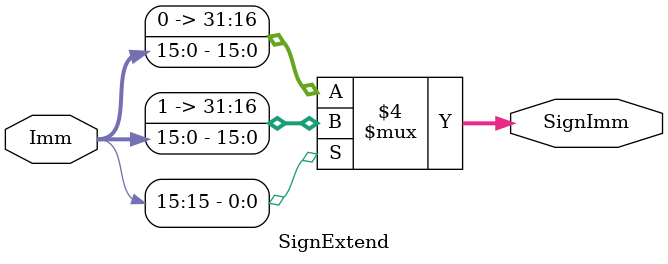
<source format=v>
`timescale 1ns / 1ps
module SignExtend(
input signed [15:0] Imm,
output reg [31:0] SignImm
    );
	 
always@(*) begin
	if(Imm[15:15] == 1)
		SignImm = {16'b1111111111111111,Imm};
	else
		SignImm = {16'b0,Imm};
end

endmodule

</source>
